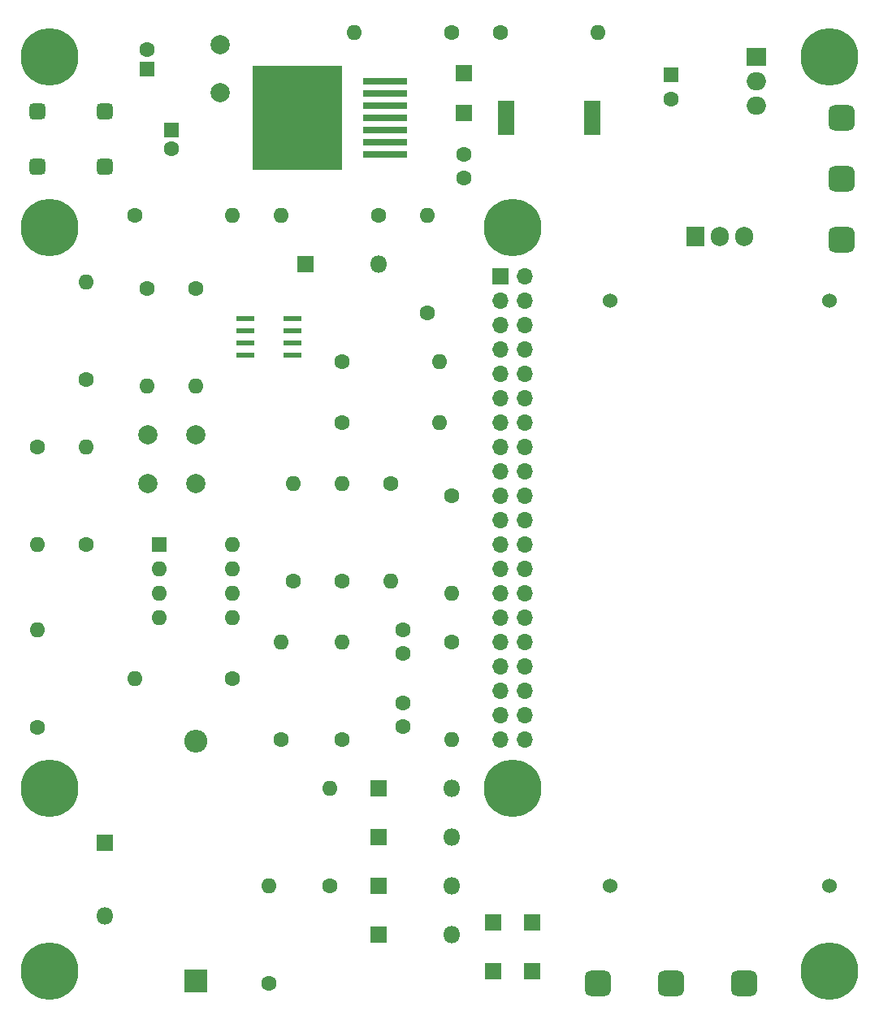
<source format=gts>
%TF.GenerationSoftware,KiCad,Pcbnew,6.0.0*%
%TF.CreationDate,2022-03-27T17:34:43-07:00*%
%TF.ProjectId,PSU,5053552e-6b69-4636-9164-5f7063625858,rev?*%
%TF.SameCoordinates,Original*%
%TF.FileFunction,Soldermask,Top*%
%TF.FilePolarity,Negative*%
%FSLAX46Y46*%
G04 Gerber Fmt 4.6, Leading zero omitted, Abs format (unit mm)*
G04 Created by KiCad (PCBNEW 6.0.0) date 2022-03-27 17:34:43*
%MOMM*%
%LPD*%
G01*
G04 APERTURE LIST*
G04 Aperture macros list*
%AMRoundRect*
0 Rectangle with rounded corners*
0 $1 Rounding radius*
0 $2 $3 $4 $5 $6 $7 $8 $9 X,Y pos of 4 corners*
0 Add a 4 corners polygon primitive as box body*
4,1,4,$2,$3,$4,$5,$6,$7,$8,$9,$2,$3,0*
0 Add four circle primitives for the rounded corners*
1,1,$1+$1,$2,$3*
1,1,$1+$1,$4,$5*
1,1,$1+$1,$6,$7*
1,1,$1+$1,$8,$9*
0 Add four rect primitives between the rounded corners*
20,1,$1+$1,$2,$3,$4,$5,0*
20,1,$1+$1,$4,$5,$6,$7,0*
20,1,$1+$1,$6,$7,$8,$9,0*
20,1,$1+$1,$8,$9,$2,$3,0*%
G04 Aperture macros list end*
%ADD10RoundRect,0.675000X-0.675000X-0.675000X0.675000X-0.675000X0.675000X0.675000X-0.675000X0.675000X0*%
%ADD11R,2.400000X2.400000*%
%ADD12O,2.400000X2.400000*%
%ADD13R,1.800000X1.800000*%
%ADD14O,1.800000X1.800000*%
%ADD15R,1.600000X1.600000*%
%ADD16C,1.600000*%
%ADD17O,1.600000X1.600000*%
%ADD18R,1.800000X1.700000*%
%ADD19R,1.905000X2.000000*%
%ADD20O,1.905000X2.000000*%
%ADD21C,6.000000*%
%ADD22C,2.000000*%
%ADD23RoundRect,0.425000X-0.425000X-0.425000X0.425000X-0.425000X0.425000X0.425000X-0.425000X0.425000X0*%
%ADD24R,1.970000X0.570000*%
%ADD25R,1.700000X1.800000*%
%ADD26R,9.400000X10.800000*%
%ADD27R,4.600000X0.800000*%
%ADD28R,1.700000X1.700000*%
%ADD29O,1.700000X1.700000*%
%ADD30R,2.000000X1.905000*%
%ADD31O,2.000000X1.905000*%
%ADD32R,1.800000X3.600000*%
%ADD33C,1.524000*%
G04 APERTURE END LIST*
D10*
X182880000Y-105410000D03*
X182880000Y-92710000D03*
X182880000Y-99060000D03*
X172720000Y-182880000D03*
X157480000Y-182880000D03*
X165100000Y-182880000D03*
D11*
X115587500Y-182680000D03*
D12*
X115587500Y-157680000D03*
D13*
X134620000Y-172720000D03*
D14*
X142240000Y-172720000D03*
D15*
X165100000Y-88265000D03*
D16*
X165100000Y-90765000D03*
X125730000Y-140970000D03*
D17*
X125730000Y-130810000D03*
D16*
X129540000Y-172720000D03*
D17*
X129540000Y-162560000D03*
D16*
X123190000Y-182880000D03*
D17*
X123190000Y-172720000D03*
D18*
X146540000Y-176530000D03*
X150640000Y-176530000D03*
D19*
X167640000Y-105085000D03*
D20*
X170180000Y-105085000D03*
X172720000Y-105085000D03*
D16*
X137160000Y-146050000D03*
X137160000Y-148550000D03*
D21*
X100330000Y-162560000D03*
D16*
X137160000Y-153670000D03*
X137160000Y-156170000D03*
X130810000Y-124460000D03*
D17*
X140970000Y-124460000D03*
D16*
X110490000Y-110490000D03*
D17*
X110490000Y-120650000D03*
D16*
X147320000Y-83820000D03*
D17*
X157480000Y-83820000D03*
D21*
X100330000Y-104140000D03*
D15*
X110490000Y-87630000D03*
D16*
X110490000Y-85630000D03*
D22*
X115530000Y-130810000D03*
X110530000Y-130810000D03*
D16*
X142240000Y-147320000D03*
D17*
X142240000Y-157480000D03*
D22*
X118070000Y-90130000D03*
X118070000Y-85130000D03*
D16*
X115570000Y-110490000D03*
D17*
X115570000Y-120650000D03*
D16*
X130810000Y-118110000D03*
D17*
X140970000Y-118110000D03*
D23*
X106045000Y-92075000D03*
D16*
X143510000Y-96520000D03*
X143510000Y-99020000D03*
D24*
X120715000Y-113665000D03*
X120715000Y-114935000D03*
X120715000Y-116205000D03*
X120715000Y-117475000D03*
X125665000Y-117475000D03*
X125665000Y-116205000D03*
X125665000Y-114935000D03*
X125665000Y-113665000D03*
D16*
X99060000Y-127000000D03*
D17*
X99060000Y-137160000D03*
D16*
X104140000Y-120015000D03*
D17*
X104140000Y-109855000D03*
D21*
X181610000Y-181610000D03*
X148590000Y-162560000D03*
D25*
X143510000Y-92220000D03*
X143510000Y-88120000D03*
D13*
X134620000Y-177800000D03*
D14*
X142240000Y-177800000D03*
D26*
X126165000Y-92710000D03*
D27*
X135315000Y-88900000D03*
X135315000Y-90170000D03*
X135315000Y-91440000D03*
X135315000Y-92710000D03*
X135315000Y-93980000D03*
X135315000Y-95250000D03*
X135315000Y-96520000D03*
D13*
X106045000Y-168275000D03*
D14*
X106045000Y-175895000D03*
D18*
X146540000Y-181610000D03*
X150640000Y-181610000D03*
D16*
X130810000Y-140970000D03*
D17*
X130810000Y-130810000D03*
D21*
X100330000Y-181610000D03*
D16*
X134620000Y-102870000D03*
D17*
X124460000Y-102870000D03*
D16*
X142240000Y-132080000D03*
D17*
X142240000Y-142240000D03*
D13*
X134620000Y-162560000D03*
D14*
X142240000Y-162560000D03*
D16*
X109220000Y-102870000D03*
D17*
X119380000Y-102870000D03*
D15*
X113030000Y-93980000D03*
D16*
X113030000Y-95980000D03*
D23*
X99060000Y-92075000D03*
D16*
X119380000Y-151130000D03*
D17*
X109220000Y-151130000D03*
D16*
X124460000Y-157480000D03*
D17*
X124460000Y-147320000D03*
D28*
X147315000Y-109225000D03*
D29*
X149855000Y-109225000D03*
X147315000Y-111765000D03*
X149855000Y-111765000D03*
X147315000Y-114305000D03*
X149855000Y-114305000D03*
X147315000Y-116845000D03*
X149855000Y-116845000D03*
X147315000Y-119385000D03*
X149855000Y-119385000D03*
X147315000Y-121925000D03*
X149855000Y-121925000D03*
X147315000Y-124465000D03*
X149855000Y-124465000D03*
X147315000Y-127005000D03*
X149855000Y-127005000D03*
X147315000Y-129545000D03*
X149855000Y-129545000D03*
X147315000Y-132085000D03*
X149855000Y-132085000D03*
X147315000Y-134625000D03*
X149855000Y-134625000D03*
X147315000Y-137165000D03*
X149855000Y-137165000D03*
X147315000Y-139705000D03*
X149855000Y-139705000D03*
X147315000Y-142245000D03*
X149855000Y-142245000D03*
X147315000Y-144785000D03*
X149855000Y-144785000D03*
X147315000Y-147325000D03*
X149855000Y-147325000D03*
X147315000Y-149865000D03*
X149855000Y-149865000D03*
X147315000Y-152405000D03*
X149855000Y-152405000D03*
X147315000Y-154945000D03*
X149855000Y-154945000D03*
X147315000Y-157485000D03*
X149855000Y-157485000D03*
D21*
X148590000Y-104140000D03*
D16*
X142240000Y-83820000D03*
D17*
X132080000Y-83820000D03*
D16*
X130810000Y-157480000D03*
D17*
X130810000Y-147320000D03*
D21*
X100330000Y-86360000D03*
X181610000Y-86360000D03*
D16*
X135890000Y-130810000D03*
D17*
X135890000Y-140970000D03*
D16*
X104140000Y-137160000D03*
D17*
X104140000Y-127000000D03*
D16*
X99060000Y-156210000D03*
D17*
X99060000Y-146050000D03*
D30*
X173990000Y-86360000D03*
D31*
X173990000Y-88900000D03*
X173990000Y-91440000D03*
D23*
X106045000Y-97790000D03*
D13*
X134620000Y-167640000D03*
D14*
X142240000Y-167640000D03*
D32*
X147900000Y-92710000D03*
X156900000Y-92710000D03*
D22*
X115530000Y-125730000D03*
X110530000Y-125730000D03*
D33*
X181610000Y-172720000D03*
X181610000Y-111760000D03*
X158750000Y-111760000D03*
X158750000Y-172720000D03*
D15*
X111770000Y-137170000D03*
D17*
X111770000Y-139710000D03*
X111770000Y-142250000D03*
X111770000Y-144790000D03*
X119390000Y-144790000D03*
X119390000Y-142250000D03*
X119390000Y-139710000D03*
X119390000Y-137170000D03*
D16*
X139700000Y-113030000D03*
D17*
X139700000Y-102870000D03*
D13*
X127000000Y-107950000D03*
D14*
X134620000Y-107950000D03*
D23*
X99060000Y-97790000D03*
M02*

</source>
